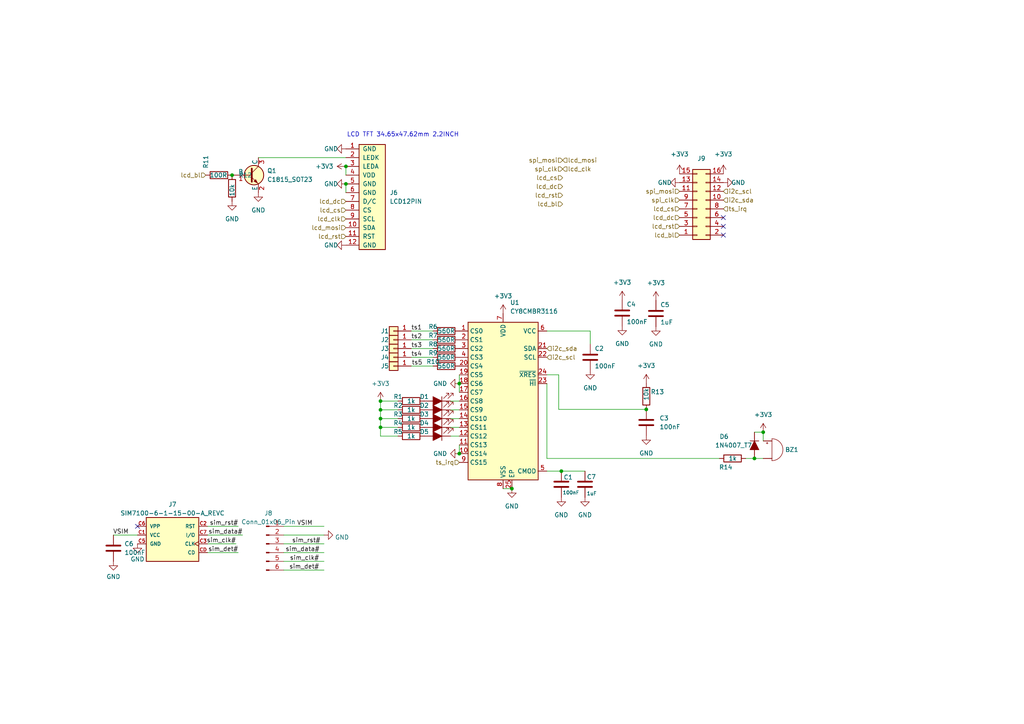
<source format=kicad_sch>
(kicad_sch (version 20230121) (generator eeschema)
  (paper "A4")
  (lib_symbols
    (symbol "Connector:Conn_01x06_Pin" (pin_names (offset 1.016) hide)
      (property "Reference" "J" (at 0 7.62 0))
      (property "Value" "Conn_01x06_Pin" (at 0 -10.16 0))
      (symbol "Conn_01x06_Pin_1_1"
        (polyline (pts (xy 1.27 -7.62) (xy 0.8636 -7.62)) (stroke (width 0.1524)))
        (polyline (pts (xy 1.27 -5.08) (xy 0.8636 -5.08)) (stroke (width 0.1524)))
        (polyline (pts (xy 1.27 -2.54) (xy 0.8636 -2.54)) (stroke (width 0.1524)))
        (polyline (pts (xy 1.27 0) (xy 0.8636 0)) (stroke (width 0.1524)))
        (polyline (pts (xy 1.27 2.54) (xy 0.8636 2.54)) (stroke (width 0.1524)))
        (polyline (pts (xy 1.27 5.08) (xy 0.8636 5.08)) (stroke (width 0.1524)))
        (rectangle (start 0.8636 -7.493) (end 0 -7.747) (stroke (width 0.1524)) (fill (type outline)))
        (rectangle (start 0.8636 -4.953) (end 0 -5.207) (stroke (width 0.1524)) (fill (type outline)))
        (rectangle (start 0.8636 -2.413) (end 0 -2.667) (stroke (width 0.1524)) (fill (type outline)))
        (rectangle (start 0.8636 0.127) (end 0 -0.127) (stroke (width 0.1524)) (fill (type outline)))
        (rectangle (start 0.8636 2.667) (end 0 2.413) (stroke (width 0.1524)) (fill (type outline)))
        (rectangle (start 0.8636 5.207) (end 0 4.953) (stroke (width 0.1524)) (fill (type outline)))
        (pin passive line (at 5.08 5.08 180) (length 3.81) (name "Pin_1") (number "1"))
        (pin passive line (at 5.08 2.54 180) (length 3.81) (name "Pin_2") (number "2"))
        (pin passive line (at 5.08 0 180) (length 3.81) (name "Pin_3") (number "3"))
        (pin passive line (at 5.08 -2.54 180) (length 3.81) (name "Pin_4") (number "4"))
        (pin passive line (at 5.08 -5.08 180) (length 3.81) (name "Pin_5") (number "5"))
        (pin passive line (at 5.08 -7.62 180) (length 3.81) (name "Pin_6") (number "6"))
      )
    )
    (symbol "Connector_Generic:Conn_01x01" (pin_names (offset 1.016) hide)
      (property "Reference" "J" (at 0 2.54 0))
      (property "Value" "Conn_01x01" (at 0 -2.54 0))
      (symbol "Conn_01x01_1_1"
        (rectangle (start -1.27 0.127) (end 0 -0.127) (stroke (width 0.1524)))
        (rectangle (start -1.27 1.27) (end 1.27 -1.27) (stroke (width 0.254)) (fill (type background)))
        (pin passive line (at -5.08 0 0) (length 3.81) (name "Pin_1") (number "1"))
      )
    )
    (symbol "Connector_Generic:Conn_02x08_Odd_Even" (pin_names (offset 1.016) hide)
      (property "Reference" "J" (at 1.27 10.16 0))
      (property "Value" "Conn_02x08_Odd_Even" (at 1.27 -12.7 0))
      (symbol "Conn_02x08_Odd_Even_1_1"
        (rectangle (start -1.27 -10.033) (end 0 -10.287) (stroke (width 0.1524)))
        (rectangle (start -1.27 -7.493) (end 0 -7.747) (stroke (width 0.1524)))
        (rectangle (start -1.27 -4.953) (end 0 -5.207) (stroke (width 0.1524)))
        (rectangle (start -1.27 -2.413) (end 0 -2.667) (stroke (width 0.1524)))
        (rectangle (start -1.27 0.127) (end 0 -0.127) (stroke (width 0.1524)))
        (rectangle (start -1.27 2.667) (end 0 2.413) (stroke (width 0.1524)))
        (rectangle (start -1.27 5.207) (end 0 4.953) (stroke (width 0.1524)))
        (rectangle (start -1.27 7.747) (end 0 7.493) (stroke (width 0.1524)))
        (rectangle (start -1.27 8.89) (end 3.81 -11.43) (stroke (width 0.254)) (fill (type background)))
        (rectangle (start 3.81 -10.033) (end 2.54 -10.287) (stroke (width 0.1524)))
        (rectangle (start 3.81 -7.493) (end 2.54 -7.747) (stroke (width 0.1524)))
        (rectangle (start 3.81 -4.953) (end 2.54 -5.207) (stroke (width 0.1524)))
        (rectangle (start 3.81 -2.413) (end 2.54 -2.667) (stroke (width 0.1524)))
        (rectangle (start 3.81 0.127) (end 2.54 -0.127) (stroke (width 0.1524)))
        (rectangle (start 3.81 2.667) (end 2.54 2.413) (stroke (width 0.1524)))
        (rectangle (start 3.81 5.207) (end 2.54 4.953) (stroke (width 0.1524)))
        (rectangle (start 3.81 7.747) (end 2.54 7.493) (stroke (width 0.1524)))
        (pin passive line (at -5.08 7.62 0) (length 3.81) (name "Pin_1") (number "1"))
        (pin passive line (at 7.62 -2.54 180) (length 3.81) (name "Pin_10") (number "10"))
        (pin passive line (at -5.08 -5.08 0) (length 3.81) (name "Pin_11") (number "11"))
        (pin passive line (at 7.62 -5.08 180) (length 3.81) (name "Pin_12") (number "12"))
        (pin passive line (at -5.08 -7.62 0) (length 3.81) (name "Pin_13") (number "13"))
        (pin passive line (at 7.62 -7.62 180) (length 3.81) (name "Pin_14") (number "14"))
        (pin passive line (at -5.08 -10.16 0) (length 3.81) (name "Pin_15") (number "15"))
        (pin passive line (at 7.62 -10.16 180) (length 3.81) (name "Pin_16") (number "16"))
        (pin passive line (at 7.62 7.62 180) (length 3.81) (name "Pin_2") (number "2"))
        (pin passive line (at -5.08 5.08 0) (length 3.81) (name "Pin_3") (number "3"))
        (pin passive line (at 7.62 5.08 180) (length 3.81) (name "Pin_4") (number "4"))
        (pin passive line (at -5.08 2.54 0) (length 3.81) (name "Pin_5") (number "5"))
        (pin passive line (at 7.62 2.54 180) (length 3.81) (name "Pin_6") (number "6"))
        (pin passive line (at -5.08 0 0) (length 3.81) (name "Pin_7") (number "7"))
        (pin passive line (at 7.62 0 180) (length 3.81) (name "Pin_8") (number "8"))
        (pin passive line (at -5.08 -2.54 0) (length 3.81) (name "Pin_9") (number "9"))
      )
    )
    (symbol "Sensor_Touch:CY8CMBR3116"
      (property "Reference" "U" (at -10.16 24.13 0))
      (property "Value" "CY8CMBR3116" (at 1.27 24.13 0))
      (symbol "CY8CMBR3116_0_1"
        (rectangle (start -10.16 22.86) (end 10.16 -22.86) (stroke (width 0.254)) (fill (type background)))
      )
      (symbol "CY8CMBR3116_1_1"
        (pin passive line (at -12.7 20.32 0) (length 2.54) (name "CS0") (number "1"))
        (pin passive line (at -12.7 -15.24 0) (length 2.54) (name "CS14") (number "10"))
        (pin passive line (at -12.7 -12.7 0) (length 2.54) (name "CS13") (number "11"))
        (pin passive line (at -12.7 -10.16 0) (length 2.54) (name "CS12") (number "12"))
        (pin passive line (at -12.7 -7.62 0) (length 2.54) (name "CS11") (number "13"))
        (pin passive line (at -12.7 -5.08 0) (length 2.54) (name "CS10") (number "14"))
        (pin passive line (at -12.7 -2.54 0) (length 2.54) (name "CS9") (number "15"))
        (pin passive line (at -12.7 0 0) (length 2.54) (name "CS8") (number "16"))
        (pin passive line (at -12.7 2.54 0) (length 2.54) (name "CS7") (number "17"))
        (pin passive line (at -12.7 5.08 0) (length 2.54) (name "CS6") (number "18"))
        (pin passive line (at -12.7 7.62 0) (length 2.54) (name "CS5") (number "19"))
        (pin passive line (at -12.7 17.78 0) (length 2.54) (name "CS1") (number "2"))
        (pin passive line (at -12.7 10.16 0) (length 2.54) (name "CS4") (number "20"))
        (pin bidirectional line (at 12.7 15.24 180) (length 2.54) (name "SDA") (number "21"))
        (pin input line (at 12.7 12.7 180) (length 2.54) (name "SCL") (number "22"))
        (pin bidirectional line (at 12.7 5.08 180) (length 2.54) (name "~{HI}") (number "23"))
        (pin input line (at 12.7 7.62 180) (length 2.54) (name "~{XRES}") (number "24"))
        (pin passive line (at 2.54 -25.4 90) (length 2.54) (name "EP") (number "25"))
        (pin passive line (at -12.7 15.24 0) (length 2.54) (name "CS2") (number "3"))
        (pin passive line (at -12.7 12.7 0) (length 2.54) (name "CS3") (number "4"))
        (pin passive line (at 12.7 -20.32 180) (length 2.54) (name "CMOD") (number "5"))
        (pin passive line (at 12.7 20.32 180) (length 2.54) (name "VCC") (number "6"))
        (pin power_in line (at 0 25.4 270) (length 2.54) (name "VDD") (number "7"))
        (pin power_in line (at 0 -25.4 90) (length 2.54) (name "VSS") (number "8"))
        (pin passive line (at -12.7 -17.78 0) (length 2.54) (name "CS15") (number "9"))
      )
    )
    (symbol "ph_lib:1N4007_T7" (pin_numbers hide) (pin_names (offset 1.016) hide)
      (property "Reference" "D" (at 0 2.54 0))
      (property "Value" "1N4007_T7" (at 0 -2.54 0))
      (symbol "1N4007_T7_0_1"
        (polyline (pts (xy -1.27 1.27) (xy -1.27 -1.27)) (stroke (width 0.2032)))
        (polyline (pts (xy 1.27 0) (xy -1.27 0)))
        (polyline (pts (xy 1.27 1.27) (xy 1.27 -1.27) (xy -1.27 0) (xy 1.27 1.27)) (stroke (width 0.2032)) (fill (type outline)))
      )
      (symbol "1N4007_T7_1_1"
        (pin passive line (at -3.81 0 0) (length 2.54) (name "K") (number "1"))
        (pin passive line (at 3.81 0 180) (length 2.54) (name "A") (number "2"))
      )
    )
    (symbol "ph_lib:Buzzer-Device" (pin_numbers hide) (pin_names (offset 1.016) hide)
      (property "Reference" "BZ" (at 0 0 0))
      (property "Value" "Buzzer-Device" (at -1.27 -2.54 0))
      (symbol "Buzzer-Device_1_1"
        (polyline (pts (xy 3.429 -5.715) (xy 3.937 -5.715)))
        (polyline (pts (xy 3.683 -5.461) (xy 3.683 -5.969)))
        (polyline (pts (xy 5.08 -4.445) (xy 5.08 -10.795)))
        (arc (start 5.08 -10.795) (mid 8.2412 -7.62) (end 5.08 -4.445))
        (pin passive line (at 2.54 -5.08 0) (length 2.54) (name "-") (number "1"))
        (pin passive line (at 2.54 -10.16 0) (length 2.54) (name "+") (number "2"))
      )
    )
    (symbol "ph_lib:C0805" (pin_numbers hide) (pin_names (offset 0.254))
      (property "Reference" "C" (at 0.635 2.54 0))
      (property "Value" "C0805" (at 0.635 -2.54 0))
      (symbol "C0805_0_1"
        (polyline (pts (xy -2.032 -0.762) (xy 2.032 -0.762)) (stroke (width 0.508)))
        (polyline (pts (xy -2.032 0.762) (xy 2.032 0.762)) (stroke (width 0.508)))
      )
      (symbol "C0805_1_1"
        (pin passive line (at 0 3.81 270) (length 2.794) (name "~") (number "1"))
        (pin passive line (at 0 -3.81 90) (length 2.794) (name "~") (number "2"))
      )
    )
    (symbol "ph_lib:C1815_SOT23" (pin_names (offset 0))
      (property "Reference" "Q" (at 5.08 1.905 0))
      (property "Value" "C1815_SOT23" (at 5.08 0 0))
      (symbol "C1815_SOT23_0_1"
        (polyline (pts (xy 0 0) (xy 0.635 0)))
        (polyline (pts (xy 0.635 0.635) (xy 2.54 2.54)))
        (polyline (pts (xy 0.635 -0.635) (xy 2.54 -2.54) (xy 2.54 -2.54)))
        (polyline (pts (xy 0.635 1.905) (xy 0.635 -1.905) (xy 0.635 -1.905)) (stroke (width 0.508)))
        (polyline (pts (xy 1.27 -1.778) (xy 1.778 -1.27) (xy 2.286 -2.286) (xy 1.27 -1.778) (xy 1.27 -1.778)) (fill (type outline)))
        (circle (center 1.27 0) (radius 2.8194) (stroke (width 0.254)) (fill (type background)))
      )
      (symbol "C1815_SOT23_1_1"
        (pin input line (at -5.08 0 0) (length 5.08) (name "B") (number "1"))
        (pin passive line (at 2.54 -5.08 90) (length 2.54) (name "E") (number "2"))
        (pin passive line (at 2.54 5.08 270) (length 2.54) (name "C") (number "3"))
      )
    )
    (symbol "ph_lib:LCD12PIN" (pin_names (offset 1.016))
      (property "Reference" "J**" (at 0 15.24 0))
      (property "Value" "LCD12PIN" (at 0 -17.78 0))
      (symbol "LCD12PIN_1_1"
        (rectangle (start -1.27 13.97) (end 6.35 -16.51) (stroke (width 0.254)) (fill (type background)))
        (pin passive line (at -5.08 12.7 0) (length 3.81) (name "GND") (number "1"))
        (pin passive line (at -5.08 -10.16 0) (length 3.81) (name "SDA") (number "10"))
        (pin passive line (at -5.08 -12.7 0) (length 3.81) (name "RST") (number "11"))
        (pin passive line (at -5.08 -15.24 0) (length 3.81) (name "GND") (number "12"))
        (pin passive line (at -5.08 10.16 0) (length 3.81) (name "LEDK") (number "2"))
        (pin passive line (at -5.08 7.62 0) (length 3.81) (name "LEDA") (number "3"))
        (pin passive line (at -5.08 5.08 0) (length 3.81) (name "VDD") (number "4"))
        (pin passive line (at -5.08 2.54 0) (length 3.81) (name "GND") (number "5"))
        (pin passive line (at -5.08 0 0) (length 3.81) (name "GND") (number "6"))
        (pin passive line (at -5.08 -2.54 0) (length 3.81) (name "D/C") (number "7"))
        (pin passive line (at -5.08 -5.08 0) (length 3.81) (name "CS") (number "8"))
        (pin passive line (at -5.08 -7.62 0) (length 3.81) (name "SCL") (number "9"))
      )
    )
    (symbol "ph_lib:LED0805" (pin_numbers hide) (pin_names (offset 1.016) hide)
      (property "Reference" "D" (at 0 2.54 0))
      (property "Value" "LED0805" (at 0 -2.54 0))
      (symbol "LED0805_0_1"
        (polyline (pts (xy -1.27 -1.27) (xy -1.27 1.27)) (stroke (width 0.2032)))
        (polyline (pts (xy -1.27 0) (xy 1.27 0)))
        (polyline (pts (xy 1.27 -1.27) (xy 1.27 1.27) (xy -1.27 0) (xy 1.27 -1.27)) (stroke (width 0.2032)) (fill (type outline)))
        (polyline (pts (xy -3.048 -0.762) (xy -4.572 -2.286) (xy -3.81 -2.286) (xy -4.572 -2.286) (xy -4.572 -1.524)))
        (polyline (pts (xy -1.778 -0.762) (xy -3.302 -2.286) (xy -2.54 -2.286) (xy -3.302 -2.286) (xy -3.302 -1.524)))
      )
      (symbol "LED0805_1_1"
        (pin passive line (at 3.81 0 180) (length 2.54) (name "A") (number "1"))
        (pin passive line (at -3.81 0 0) (length 2.54) (name "K") (number "2"))
      )
    )
    (symbol "ph_lib:R0805" (pin_numbers hide) (pin_names (offset 0))
      (property "Reference" "R" (at 2.032 0 90))
      (property "Value" "R0805" (at 0 0 90))
      (symbol "R0805_0_1"
        (rectangle (start -1.016 -2.54) (end 1.016 2.54) (stroke (width 0.254)))
      )
      (symbol "R0805_1_1"
        (pin passive line (at 0 3.81 270) (length 1.27) (name "~") (number "1"))
        (pin passive line (at 0 -3.81 90) (length 1.27) (name "~") (number "2"))
      )
    )
    (symbol "power:+3V3" (power) (pin_names (offset 0))
      (property "Value" "+3V3" (at 0 3.556 0))
      (symbol "+3V3_0_1"
        (polyline (pts (xy -0.762 1.27) (xy 0 2.54)))
        (polyline (pts (xy 0 0) (xy 0 2.54)))
        (polyline (pts (xy 0 2.54) (xy 0.762 1.27)))
      )
      (symbol "+3V3_1_1"
        (pin power_in line (at 0 0 90) (length 0) hide (name "+3V3") (number "1"))
      )
    )
    (symbol "power:GND" (power) (pin_names (offset 0))
      (property "Value" "GND" (at 0 -3.81 0))
      (symbol "GND_0_1"
        (polyline (pts (xy 0 0) (xy 0 -1.27) (xy 1.27 -1.27) (xy 0 -2.54) (xy -1.27 -1.27) (xy 0 -1.27)))
      )
      (symbol "GND_1_1"
        (pin power_in line (at 0 0 270) (length 0) hide (name "GND") (number "1"))
      )
    )
    (symbol "simcard:SIM7100-6-1-15-00-A_REVC" (pin_names (offset 1.016))
      (property "Reference" "J" (at -7.62 5.588 0))
      (property "Value" "SIM7100-6-1-15-00-A_REVC" (at -7.62 -10.1854 0))
      (symbol "SIM7100-6-1-15-00-A_REVC_0_0"
        (rectangle (start -7.62 -7.62) (end 7.62 5.08) (stroke (width 0.254)) (fill (type background)))
        (pin power_in line (at 10.16 -2.54 180) (length 2.54) hide (name "GND") (number "1"))
        (pin power_in line (at 10.16 0 180) (length 2.54) (name "VCC") (number "C1"))
        (pin input line (at -10.16 2.54 0) (length 2.54) (name "RST") (number "C2"))
        (pin bidirectional clock (at -10.16 -2.54 0) (length 2.54) (name "CLK") (number "C3"))
        (pin power_in line (at 10.16 -2.54 180) (length 2.54) (name "GND") (number "C5"))
        (pin power_in line (at 10.16 2.54 180) (length 2.54) (name "VPP") (number "C6"))
        (pin bidirectional line (at -10.16 0 0) (length 2.54) (name "I/O") (number "C7"))
        (pin passive line (at -10.16 -5.08 0) (length 2.54) (name "CD") (number "CD"))
      )
    )
  )
  (junction (at 110.363 121.412))
  (junction (at 110.363 116.332))
  (junction (at 221.361 125.349))
  (junction (at 133.223 131.572))
  (junction (at 218.821 132.969))
  (junction (at 148.463 141.732))
  (junction (at 110.363 118.872))
  (junction (at 187.452 118.745))
  (junction (at 110.363 123.952))
  (junction (at 100.33 48.26))
  (junction (at 162.814 136.652))
  (junction (at 67.31 50.8))
  (junction (at 133.223 111.252))
  (junction (at 100.33 53.34))
  (no_connect (at 209.804 65.659))
  (no_connect (at 209.804 68.199))
  (no_connect (at 39.878 152.654))
  (no_connect (at 209.804 63.119))
  (wire (pts (xy 119.253 106.172) (xy 125.603 106.172)))
  (wire (pts (xy 221.361 125.349) (xy 221.361 127.889)))
  (wire (pts (xy 158.623 96.012) (xy 171.196 96.012)))
  (wire (pts (xy 110.363 116.332) (xy 115.443 116.332)))
  (wire (pts (xy 100.33 53.34) (xy 100.33 55.88)))
  (wire (pts (xy 171.196 99.822) (xy 171.196 96.012)))
  (wire (pts (xy 82.296 157.734) (xy 93.98 157.734)))
  (wire (pts (xy 119.253 101.092) (xy 125.603 101.092)))
  (wire (pts (xy 60.198 157.734) (xy 68.453 157.734)))
  (wire (pts (xy 119.253 96.012) (xy 125.603 96.012)))
  (wire (pts (xy 110.363 126.492) (xy 110.363 123.952)))
  (wire (pts (xy 110.363 121.412) (xy 110.363 118.872)))
  (wire (pts (xy 119.253 103.632) (xy 125.603 103.632)))
  (wire (pts (xy 60.198 152.654) (xy 69.088 152.654)))
  (wire (pts (xy 82.296 165.354) (xy 93.98 165.354)))
  (wire (pts (xy 60.198 160.274) (xy 69.088 160.274)))
  (wire (pts (xy 218.821 125.349) (xy 221.361 125.349)))
  (wire (pts (xy 110.363 123.952) (xy 115.443 123.952)))
  (wire (pts (xy 145.923 141.732) (xy 148.463 141.732)))
  (wire (pts (xy 32.893 155.194) (xy 39.878 155.194)))
  (wire (pts (xy 130.683 123.952) (xy 133.223 123.952)))
  (wire (pts (xy 162.052 118.745) (xy 162.052 108.712)))
  (wire (pts (xy 130.683 121.412) (xy 133.223 121.412)))
  (wire (pts (xy 162.814 136.652) (xy 169.672 136.652)))
  (wire (pts (xy 130.683 118.872) (xy 133.223 118.872)))
  (wire (pts (xy 115.443 126.492) (xy 110.363 126.492)))
  (wire (pts (xy 110.363 123.952) (xy 110.363 121.412)))
  (wire (pts (xy 158.623 111.252) (xy 158.623 132.969)))
  (wire (pts (xy 119.253 98.552) (xy 125.603 98.552)))
  (wire (pts (xy 82.296 162.814) (xy 93.98 162.814)))
  (wire (pts (xy 74.93 45.72) (xy 100.33 45.72)))
  (wire (pts (xy 133.223 129.032) (xy 133.223 131.572)))
  (wire (pts (xy 216.281 132.969) (xy 218.821 132.969)))
  (wire (pts (xy 133.223 111.252) (xy 133.223 113.792)))
  (wire (pts (xy 110.363 118.872) (xy 110.363 116.332)))
  (wire (pts (xy 162.052 118.745) (xy 187.452 118.745)))
  (wire (pts (xy 158.623 132.969) (xy 208.661 132.969)))
  (wire (pts (xy 162.814 136.652) (xy 158.623 136.652)))
  (wire (pts (xy 110.363 121.412) (xy 115.443 121.412)))
  (wire (pts (xy 162.052 108.712) (xy 158.623 108.712)))
  (wire (pts (xy 82.296 152.654) (xy 93.98 152.654)))
  (wire (pts (xy 110.363 118.872) (xy 115.443 118.872)))
  (wire (pts (xy 218.821 132.969) (xy 221.361 132.969)))
  (wire (pts (xy 82.296 160.274) (xy 93.98 160.274)))
  (wire (pts (xy 130.683 116.332) (xy 133.223 116.332)))
  (wire (pts (xy 130.683 126.492) (xy 133.223 126.492)))
  (wire (pts (xy 60.198 155.194) (xy 70.358 155.194)))
  (wire (pts (xy 133.223 108.712) (xy 133.223 111.252)))
  (wire (pts (xy 82.296 155.194) (xy 93.98 155.194)))
  (wire (pts (xy 100.33 48.26) (xy 100.33 50.8)))
  (text "LCD TFT 34.65x47.62mm 2.2INCH" (at 100.584 39.878 0) (effects (font (size 1.27 1.27)) (justify left bottom)))
  (label "ts3" (at 119.253 101.092 0))
  (label "sim_rst#" (at 69.088 152.654 180))
  (label "sim_rst#" (at 92.964 157.734 180))
  (label "sim_data#" (at 92.71 160.274 180))
  (label "ts2" (at 119.253 98.552 0))
  (label "VSIM" (at 90.678 152.654 180))
  (label "sim_data#" (at 70.358 155.194 180))
  (label "sim_clk#" (at 68.453 157.734 180))
  (label "ts5" (at 119.3937 106.172 0))
  (label "VSIM" (at 37.338 155.194 180))
  (label "ts1" (at 119.253 96.012 0))
  (label "ts4" (at 119.253 103.632 0))
  (label "sim_det#" (at 69.088 160.274 180))
  (label "sim_clk#" (at 92.583 162.814 180))
  (label "sim_det#" (at 92.583 165.354 180))
  (hierarchical_label "lcd_cs" (shape input) (at 163.195 51.562 180))
  (hierarchical_label "lcd_clk" (shape input) (at 163.195 49.022 0))
  (hierarchical_label "i2c_scl" (shape input) (at 209.804 55.499 0))
  (hierarchical_label "lcd_cs" (shape input) (at 100.33 60.96 180))
  (hierarchical_label "lcd_mosi" (shape input) (at 163.195 46.482 0))
  (hierarchical_label "lcd_rst" (shape input) (at 100.33 68.58 180))
  (hierarchical_label "ts_irq" (shape input) (at 133.223 134.112 180))
  (hierarchical_label "lcd_rst" (shape input) (at 197.104 65.659 180))
  (hierarchical_label "lcd_mosi" (shape input) (at 100.33 66.04 180))
  (hierarchical_label "lcd_dc" (shape input) (at 197.104 63.119 180))
  (hierarchical_label "lcd_clk" (shape input) (at 100.33 63.5 180))
  (hierarchical_label "spi_clk" (shape input) (at 163.195 49.022 180))
  (hierarchical_label "lcd_dc" (shape input) (at 163.195 54.102 180))
  (hierarchical_label "lcd_rst" (shape input) (at 163.195 56.642 180))
  (hierarchical_label "spi_mosi" (shape input) (at 163.195 46.482 180))
  (hierarchical_label "lcd_cs" (shape input) (at 197.104 60.579 180))
  (hierarchical_label "lcd_dc" (shape input) (at 100.33 58.42 180))
  (hierarchical_label "spi_mosi" (shape input) (at 197.104 55.499 180))
  (hierarchical_label "lcd_bl" (shape input) (at 197.104 68.199 180))
  (hierarchical_label "lcd_bl" (shape input) (at 163.195 59.182 180))
  (hierarchical_label "i2c_sda" (shape input) (at 158.623 101.092 0))
  (hierarchical_label "spi_clk" (shape input) (at 197.104 58.039 180))
  (hierarchical_label "i2c_scl" (shape input) (at 158.623 103.632 0))
  (hierarchical_label "lcd_bl" (shape input) (at 59.69 50.8 180))
  (hierarchical_label "ts_irq" (shape input) (at 209.804 60.579 0))
  (hierarchical_label "i2c_sda" (shape input) (at 209.804 58.039 0))
  (symbol (lib_id "power:GND") (at 171.196 107.442 0) (unit 1)
    (property "Reference" "#PWR09" (effects hide))
    (property "Value" "GND" (at 171.196 112.522 0))
  )
  (symbol (lib_id "ph_lib:R0805") (at 129.413 96.012 90) (unit 1)
    (property "Reference" "R6" (at 125.603 94.742 90))
    (property "Value" "560R" (at 129.413 96.012 90))
    (property "Footprint" "Resistor_SMD:R_0805_2012Metric" (effects hide))
    (property "Desc" "Resistor SMD 0805" (effects hide))
    (property "Link" "http://www.dientuachau.com/res-1-0805" (effects hide))
  )
  (symbol (lib_id "ph_lib:R0805") (at 119.253 121.412 90) (unit 1)
    (property "Reference" "R3" (at 115.443 120.142 90))
    (property "Value" "1k" (at 119.253 121.412 90))
    (property "Footprint" "Resistor_SMD:R_0805_2012Metric" (effects hide))
    (property "Desc" "Resistor SMD 0805" (effects hide))
    (property "Link" "http://www.dientuachau.com/res-1-0805" (effects hide))
  )
  (symbol (lib_id "ph_lib:C1815_SOT23") (at 72.39 50.8 0) (unit 1)
    (property "Reference" "Q1" (at 77.47 49.5299 0) (effects (justify left)))
    (property "Value" "C1815_SOT23" (at 77.47 52.0699 0) (effects (justify left)))
    (property "Footprint" "Package_TO_SOT_SMD:SOT-23" (effects hide))
    (property "Desc" "50V Vce, 0.15A Ic, Low Noise Audio NPN Transistor, TO-92" (effects hide))
    (property "Link" "https://thegioiic.com/products/2sc1815-hf" (effects hide))
  )
  (symbol (lib_id "ph_lib:R0805") (at 119.253 116.332 90) (unit 1)
    (property "Reference" "R1" (at 115.443 115.062 90))
    (property "Value" "1k" (at 119.253 116.332 90))
    (property "Footprint" "Resistor_SMD:R_0805_2012Metric" (effects hide))
    (property "Desc" "Resistor SMD 0805" (effects hide))
    (property "Link" "http://www.dientuachau.com/res-1-0805" (effects hide))
  )
  (symbol (lib_id "power:+3V3") (at 197.104 50.419 0) (unit 1)
    (property "Reference" "#PWR025" (effects hide))
    (property "Value" "+3V3" (at 197.104 44.704 0))
  )
  (symbol (lib_id "ph_lib:R0805") (at 129.413 106.172 90) (unit 1)
    (property "Reference" "R10" (at 125.603 104.902 90))
    (property "Value" "560R" (at 129.413 106.172 90))
    (property "Footprint" "Resistor_SMD:R_0805_2012Metric" (effects hide))
    (property "Desc" "Resistor SMD 0805" (effects hide))
    (property "Link" "http://www.dientuachau.com/res-1-0805" (effects hide))
  )
  (symbol (lib_id "power:GND") (at 180.467 94.615 0) (unit 1)
    (property "Reference" "#PWR018" (effects hide))
    (property "Value" "GND" (at 180.467 99.695 0))
  )
  (symbol (lib_id "ph_lib:LED0805") (at 126.873 123.952 180) (unit 1)
    (property "Reference" "D4" (at 123.063 122.682 0))
    (property "Value" "LED0805" (effects hide))
    (property "Footprint" "LED_SMD:LED_0805_2012Metric" (effects hide))
    (property "Desc" "LED0805" (effects hide))
    (property "Link" "https://thegioiic.com/product/led-dan-smd-2012-0805" (effects hide))
  )
  (symbol (lib_id "Sensor_Touch:CY8CMBR3116") (at 145.923 116.332 0) (unit 1)
    (property "Reference" "U1" (at 147.9424 87.757 0) (effects (justify left)))
    (property "Value" "CY8CMBR3116" (at 147.9424 90.297 0) (effects (justify left)))
    (property "Footprint" "Package_DFN_QFN:QFN-24-1EP_4x4mm_P0.5mm_EP2.6x2.6mm" (effects hide))
    (property "Datasheet" "http://www.cypress.com/?docID=49119" (effects hide))
  )
  (symbol (lib_id "ph_lib:LED0805") (at 126.873 121.412 180) (unit 1)
    (property "Reference" "D3" (at 123.063 120.142 0))
    (property "Value" "LED0805" (effects hide))
    (property "Footprint" "LED_SMD:LED_0805_2012Metric" (effects hide))
    (property "Desc" "LED0805" (effects hide))
    (property "Link" "https://thegioiic.com/product/led-dan-smd-2012-0805" (effects hide))
  )
  (symbol (lib_id "power:GND") (at 67.31 58.42 0) (unit 1)
    (property "Reference" "#PWR0101" (effects hide))
    (property "Value" "GND" (at 67.31 63.5 0))
  )
  (symbol (lib_id "power:GND") (at 32.893 162.814 0) (unit 1)
    (property "Reference" "#PWR04" (effects hide))
    (property "Value" "GND" (at 32.893 167.259 0))
  )
  (symbol (lib_id "ph_lib:C0805") (at 187.452 122.555 0) (unit 1)
    (property "Reference" "C3" (at 191.262 121.2849 0) (effects (justify left)))
    (property "Value" "100nF" (at 191.262 123.8249 0) (effects (justify left)))
    (property "Footprint" "Capacitor_SMD:C_0805_2012Metric" (effects hide))
    (property "Desc" "Capacitor SMD Ceramic 0805" (effects hide))
    (property "Link" "http://www.dientuachau.com/ceramic-0805" (effects hide))
  )
  (symbol (lib_id "Connector_Generic:Conn_01x01") (at 114.173 98.552 180) (unit 1)
    (property "Reference" "J2" (at 111.633 98.552 0))
    (property "Value" "Conn_01x01" (effects hide))
    (property "Footprint" "Lib_Hien:Button_Touch_Circle" (effects hide))
  )
  (symbol (lib_id "ph_lib:R0805") (at 119.253 123.952 90) (unit 1)
    (property "Reference" "R4" (at 115.443 122.682 90))
    (property "Value" "1k" (at 119.253 123.952 90))
    (property "Footprint" "Resistor_SMD:R_0805_2012Metric" (effects hide))
    (property "Desc" "Resistor SMD 0805" (effects hide))
    (property "Link" "http://www.dientuachau.com/res-1-0805" (effects hide))
  )
  (symbol (lib_id "power:+3V3") (at 145.923 90.932 0) (unit 1)
    (property "Reference" "#PWR05" (effects hide))
    (property "Value" "+3V3" (at 145.923 85.852 0))
  )
  (symbol (lib_id "ph_lib:R0805") (at 129.413 101.092 90) (unit 1)
    (property "Reference" "R8" (at 125.603 99.822 90))
    (property "Value" "560R" (at 129.413 101.092 90))
    (property "Footprint" "Resistor_SMD:R_0805_2012Metric" (effects hide))
    (property "Desc" "Resistor SMD 0805" (effects hide))
    (property "Link" "http://www.dientuachau.com/res-1-0805" (effects hide))
  )
  (symbol (lib_id "power:GND") (at 100.33 53.34 270) (mirror x) (unit 1)
    (property "Reference" "#PWR012" (effects hide))
    (property "Value" "GND" (at 93.98 53.34 90) (effects (justify left)))
  )
  (symbol (lib_id "Connector:Conn_01x06_Pin") (at 77.216 157.734 0) (unit 1)
    (property "Reference" "J8" (at 77.851 148.844 0))
    (property "Value" "Conn_01x06_Pin" (at 77.851 151.384 0))
    (property "Footprint" "Connector_PinHeader_1.27mm:PinHeader_1x06_P1.27mm_Horizontal" (effects hide))
  )
  (symbol (lib_id "power:GND") (at 169.672 144.272 0) (unit 1)
    (property "Reference" "#PWR027" (effects hide))
    (property "Value" "GND" (at 169.672 149.352 0))
  )
  (symbol (lib_id "power:GND") (at 197.104 52.959 270) (mirror x) (unit 1)
    (property "Reference" "#PWR026" (effects hide))
    (property "Value" "GND" (at 190.754 52.959 90) (effects (justify left)))
  )
  (symbol (lib_id "ph_lib:1N4007_T7") (at 218.821 129.159 270) (unit 1)
    (property "Reference" "D6" (at 208.661 126.619 90) (effects (justify left)))
    (property "Value" "1N4007_T7" (at 207.391 129.159 90) (effects (justify left)))
    (property "Footprint" "Diode_SMD:D_SOD-123F" (effects hide))
    (property "Desc" "1N4007 (Marking T7) SMD, 1kV, 1A" (effects hide))
    (property "Link" "https://banlinhkien.vn/goods-11574-diode-t7-sod123-1n4007-sod123-10c-.html" (effects hide))
  )
  (symbol (lib_id "power:+3V3") (at 221.361 125.349 0) (unit 1)
    (property "Reference" "#PWR016" (effects hide))
    (property "Value" "+3V3" (at 221.361 120.269 0))
  )
  (symbol (lib_id "power:GND") (at 133.223 131.572 270) (unit 1)
    (property "Reference" "#PWR03" (effects hide))
    (property "Value" "GND" (at 125.603 131.572 90) (effects (justify left)))
  )
  (symbol (lib_id "ph_lib:Buzzer-Device") (at 218.821 122.809 0) (unit 1)
    (property "Reference" "BZ1" (at 227.711 130.4289 0) (effects (justify left)))
    (property "Value" "Buzzer-Device" (effects hide))
    (property "Footprint" "Lib_Hien:Buzzer_SMD_9633" (effects hide))
    (property "Desc" "5VDC, size 12x9mm" (effects hide))
    (property "Link" "https://thegioiic.com/products/1209-dip-buzzer-12x9mm" (effects hide))
  )
  (symbol (lib_id "power:GND") (at 93.98 155.194 90) (unit 1)
    (property "Reference" "#PWR020" (effects hide))
    (property "Value" "GND" (at 97.155 155.829 90) (effects (justify right)))
  )
  (symbol (lib_id "power:GND") (at 187.452 126.365 0) (unit 1)
    (property "Reference" "#PWR015" (effects hide))
    (property "Value" "GND" (at 187.452 131.445 0))
  )
  (symbol (lib_id "ph_lib:LED0805") (at 126.873 118.872 180) (unit 1)
    (property "Reference" "D2" (at 123.063 117.602 0))
    (property "Value" "LED0805" (effects hide))
    (property "Footprint" "LED_SMD:LED_0805_2012Metric" (effects hide))
    (property "Desc" "LED0805" (effects hide))
    (property "Link" "https://thegioiic.com/product/led-dan-smd-2012-0805" (effects hide))
  )
  (symbol (lib_id "Connector_Generic:Conn_01x01") (at 114.173 101.092 180) (unit 1)
    (property "Reference" "J3" (at 111.633 101.092 0))
    (property "Value" "Conn_01x01" (effects hide))
    (property "Footprint" "Lib_Hien:Button_Touch_Circle" (effects hide))
  )
  (symbol (lib_id "power:GND") (at 209.804 52.959 90) (mirror x) (unit 1)
    (property "Reference" "#PWR024" (effects hide))
    (property "Value" "GND" (at 216.154 52.959 90) (effects (justify left)))
  )
  (symbol (lib_id "ph_lib:R0805") (at 129.413 103.632 90) (unit 1)
    (property "Reference" "R9" (at 125.603 102.362 90))
    (property "Value" "560R" (at 129.413 103.632 90))
    (property "Footprint" "Resistor_SMD:R_0805_2012Metric" (effects hide))
    (property "Desc" "Resistor SMD 0805" (effects hide))
    (property "Link" "http://www.dientuachau.com/res-1-0805" (effects hide))
  )
  (symbol (lib_id "ph_lib:R0805") (at 119.253 126.492 90) (unit 1)
    (property "Reference" "R5" (at 115.443 125.222 90))
    (property "Value" "1k" (at 119.253 126.492 90))
    (property "Footprint" "Resistor_SMD:R_0805_2012Metric" (effects hide))
    (property "Desc" "Resistor SMD 0805" (effects hide))
    (property "Link" "http://www.dientuachau.com/res-1-0805" (effects hide))
  )
  (symbol (lib_id "ph_lib:R0805") (at 63.5 50.8 90) (unit 1)
    (property "Reference" "R11" (at 59.69 48.895 0) (effects (justify left)))
    (property "Value" "100R" (at 65.913 50.8 90) (effects (justify left)))
    (property "Footprint" "Resistor_SMD:R_0805_2012Metric" (effects hide))
    (property "Desc" "Resistor SMD 0805" (effects hide))
    (property "Link" "http://www.dientuachau.com/res-1-0805" (effects hide))
  )
  (symbol (lib_id "Connector_Generic:Conn_01x01") (at 114.173 106.172 180) (unit 1)
    (property "Reference" "J5" (at 111.633 106.172 0))
    (property "Value" "Conn_01x01" (effects hide))
    (property "Footprint" "Lib_Hien:Button_Touch_Circle" (effects hide))
  )
  (symbol (lib_id "power:GND") (at 74.93 55.88 0) (unit 1)
    (property "Reference" "#PWR07" (effects hide))
    (property "Value" "GND" (at 74.93 60.96 0))
  )
  (symbol (lib_id "power:+3V3") (at 209.804 50.419 0) (unit 1)
    (property "Reference" "#PWR023" (effects hide))
    (property "Value" "+3V3" (at 209.804 44.704 0))
  )
  (symbol (lib_id "ph_lib:C0805") (at 169.672 140.462 0) (unit 1)
    (property "Reference" "C7" (at 170.18 138.303 0) (effects (justify left)))
    (property "Value" "1uF" (at 170.18 143.129 0) (effects (font (size 1 1)) (justify left)))
    (property "Footprint" "Capacitor_SMD:C_0805_2012Metric" (effects hide))
    (property "Desc" "Capacitor SMD Ceramic 0805" (effects hide))
    (property "Link" "http://www.dientuachau.com/ceramic-0805" (effects hide))
  )
  (symbol (lib_id "ph_lib:C0805") (at 32.893 159.004 0) (unit 1)
    (property "Reference" "C6" (at 36.068 157.7339 0) (effects (justify left)))
    (property "Value" "100nF" (at 36.068 160.2739 0) (effects (justify left)))
    (property "Footprint" "Capacitor_SMD:C_0805_2012Metric" (effects hide))
    (property "Desc" "Capacitor SMD Ceramic 0805" (effects hide))
    (property "Link" "http://www.dientuachau.com/ceramic-0805" (effects hide))
  )
  (symbol (lib_id "ph_lib:LED0805") (at 126.873 126.492 180) (unit 1)
    (property "Reference" "D5" (at 123.063 125.222 0))
    (property "Value" "LED0805" (effects hide))
    (property "Footprint" "LED_SMD:LED_0805_2012Metric" (effects hide))
    (property "Desc" "LED0805" (effects hide))
    (property "Link" "https://thegioiic.com/product/led-dan-smd-2012-0805" (effects hide))
  )
  (symbol (lib_id "Connector_Generic:Conn_01x01") (at 114.173 96.012 180) (unit 1)
    (property "Reference" "J1" (at 111.633 96.012 0))
    (property "Value" "Conn_01x01" (effects hide))
    (property "Footprint" "Lib_Hien:Button_Touch_Circle" (effects hide))
  )
  (symbol (lib_id "Connector_Generic:Conn_01x01") (at 114.173 103.632 180) (unit 1)
    (property "Reference" "J4" (at 111.633 103.632 0))
    (property "Value" "Conn_01x01" (effects hide))
    (property "Footprint" "Lib_Hien:Button_Touch_Circle" (effects hide))
  )
  (symbol (lib_id "power:GND") (at 100.33 43.18 270) (mirror x) (unit 1)
    (property "Reference" "#PWR010" (effects hide))
    (property "Value" "GND" (at 93.98 43.18 90) (effects (justify left)))
  )
  (symbol (lib_id "power:GND") (at 39.878 157.734 0) (unit 1)
    (property "Reference" "#PWR019" (effects hide))
    (property "Value" "GND" (at 39.878 162.179 0))
  )
  (symbol (lib_id "power:+3V3") (at 180.467 86.995 0) (unit 1)
    (property "Reference" "#PWR017" (effects hide))
    (property "Value" "+3V3" (at 180.467 81.915 0))
  )
  (symbol (lib_id "power:+3V3") (at 187.452 111.125 0) (unit 1)
    (property "Reference" "#PWR014" (effects hide))
    (property "Value" "+3V3" (at 187.452 106.045 0))
  )
  (symbol (lib_id "power:GND") (at 148.463 141.732 0) (unit 1)
    (property "Reference" "#PWR06" (effects hide))
    (property "Value" "GND" (at 148.463 146.812 0))
  )
  (symbol (lib_id "ph_lib:LCD12PIN") (at 105.41 55.88 0) (unit 1)
    (property "Reference" "J6" (at 113.03 55.8799 0) (effects (justify left)))
    (property "Value" "LCD12PIN" (at 113.03 58.4199 0) (effects (justify left)))
    (property "Footprint" "Lib_Hien:LCD_TFT_34.6x47.6mm_2INCH" (effects hide))
  )
  (symbol (lib_id "ph_lib:C0805") (at 162.814 140.462 0) (unit 1)
    (property "Reference" "C1" (at 163.449 138.43 0) (effects (justify left)))
    (property "Value" "100nF" (at 163.195 142.875 0) (effects (font (size 1 1)) (justify left)))
    (property "Footprint" "Capacitor_SMD:C_0805_2012Metric" (effects hide))
    (property "Desc" "Capacitor SMD Ceramic 0805" (effects hide))
    (property "Link" "http://www.dientuachau.com/ceramic-0805" (effects hide))
  )
  (symbol (lib_id "Connector_Generic:Conn_02x08_Odd_Even") (at 202.184 60.579 0) (mirror x) (unit 1)
    (property "Reference" "J9" (at 203.454 45.974 0))
    (property "Value" "Conn_02x08_Odd_Even" (effects hide))
    (property "Footprint" "Connector_PinSocket_2.00mm:PinSocket_2x08_P2.00mm_Vertical_SMD" (effects hide))
  )
  (symbol (lib_id "ph_lib:LED0805") (at 126.873 116.332 180) (unit 1)
    (property "Reference" "D1" (at 123.063 115.062 0))
    (property "Value" "LED0805" (effects hide))
    (property "Footprint" "LED_SMD:LED_0805_2012Metric" (effects hide))
    (property "Desc" "LED0805" (effects hide))
    (property "Link" "https://thegioiic.com/product/led-dan-smd-2012-0805" (effects hide))
  )
  (symbol (lib_id "power:+3V3") (at 100.33 48.26 90) (unit 1)
    (property "Reference" "#PWR011" (effects hide))
    (property "Value" "+3V3" (at 91.44 48.26 90) (effects (justify right)))
  )
  (symbol (lib_id "ph_lib:R0805") (at 119.253 118.872 90) (unit 1)
    (property "Reference" "R2" (at 115.443 117.602 90))
    (property "Value" "1k" (at 119.253 118.872 90))
    (property "Footprint" "Resistor_SMD:R_0805_2012Metric" (effects hide))
    (property "Desc" "Resistor SMD 0805" (effects hide))
    (property "Link" "http://www.dientuachau.com/res-1-0805" (effects hide))
  )
  (symbol (lib_id "power:GND") (at 100.33 71.12 270) (mirror x) (unit 1)
    (property "Reference" "#PWR013" (effects hide))
    (property "Value" "GND" (at 93.98 71.12 90) (effects (justify left)))
  )
  (symbol (lib_id "ph_lib:C0805") (at 171.196 103.632 0) (unit 1)
    (property "Reference" "C2" (at 172.466 101.092 0) (effects (justify left)))
    (property "Value" "100nF" (at 172.466 106.172 0) (effects (justify left)))
    (property "Footprint" "Capacitor_SMD:C_0805_2012Metric" (effects hide))
    (property "Desc" "Capacitor SMD Ceramic 0805" (effects hide))
    (property "Link" "http://www.dientuachau.com/ceramic-0805" (effects hide))
  )
  (symbol (lib_id "power:GND") (at 190.246 94.742 0) (unit 1)
    (property "Reference" "#PWR022" (effects hide))
    (property "Value" "GND" (at 190.246 99.822 0))
  )
  (symbol (lib_id "power:+3V3") (at 190.246 87.122 0) (unit 1)
    (property "Reference" "#PWR021" (effects hide))
    (property "Value" "+3V3" (at 190.246 82.042 0))
  )
  (symbol (lib_id "power:+3V3") (at 110.363 116.332 0) (unit 1)
    (property "Reference" "#PWR01" (effects hide))
    (property "Value" "+3V3" (at 110.363 111.252 0))
  )
  (symbol (lib_id "ph_lib:C0805") (at 180.467 90.805 0) (unit 1)
    (property "Reference" "C4" (at 181.737 88.265 0) (effects (justify left)))
    (property "Value" "100nF" (at 181.737 93.345 0) (effects (justify left)))
    (property "Footprint" "Capacitor_SMD:C_0805_2012Metric" (effects hide))
    (property "Desc" "Capacitor SMD Ceramic 0805" (effects hide))
    (property "Link" "http://www.dientuachau.com/ceramic-0805" (effects hide))
  )
  (symbol (lib_id "power:GND") (at 133.223 111.252 270) (unit 1)
    (property "Reference" "#PWR02" (effects hide))
    (property "Value" "GND" (at 125.603 111.252 90) (effects (justify left)))
  )
  (symbol (lib_id "ph_lib:R0805") (at 212.471 132.969 90) (unit 1)
    (property "Reference" "R14" (at 212.471 135.509 90) (effects (justify left)))
    (property "Value" "1k" (at 213.741 132.969 90) (effects (justify left)))
    (property "Footprint" "Resistor_SMD:R_0805_2012Metric" (effects hide))
    (property "Desc" "Resistor SMD 0805" (effects hide))
    (property "Link" "http://www.dientuachau.com/res-1-0805" (effects hide))
  )
  (symbol (lib_id "ph_lib:R0805") (at 129.413 98.552 90) (unit 1)
    (property "Reference" "R7" (at 125.603 97.282 90))
    (property "Value" "560R" (at 129.413 98.552 90))
    (property "Footprint" "Resistor_SMD:R_0805_2012Metric" (effects hide))
    (property "Desc" "Resistor SMD 0805" (effects hide))
    (property "Link" "http://www.dientuachau.com/res-1-0805" (effects hide))
  )
  (symbol (lib_id "ph_lib:C0805") (at 190.246 90.932 0) (unit 1)
    (property "Reference" "C5" (at 191.516 88.392 0) (effects (justify left)))
    (property "Value" "1uF" (at 191.516 93.472 0) (effects (justify left)))
    (property "Footprint" "Capacitor_SMD:C_0805_2012Metric" (effects hide))
    (property "Desc" "Capacitor SMD Ceramic 0805" (effects hide))
    (property "Link" "http://www.dientuachau.com/ceramic-0805" (effects hide))
  )
  (symbol (lib_id "ph_lib:R0805") (at 187.452 114.935 0) (unit 1)
    (property "Reference" "R13" (at 188.722 113.665 0) (effects (justify left)))
    (property "Value" "10k" (at 187.452 116.205 90) (effects (justify left)))
    (property "Footprint" "Resistor_SMD:R_0805_2012Metric" (effects hide))
    (property "Desc" "Resistor SMD 0805" (effects hide))
    (property "Link" "http://www.dientuachau.com/res-1-0805" (effects hide))
  )
  (symbol (lib_id "simcard:SIM7100-6-1-15-00-A_REVC") (at 50.038 155.194 0) (mirror y) (unit 1)
    (property "Reference" "J7" (at 50.038 146.304 0))
    (property "Value" "SIM7100-6-1-15-00-A_REVC" (at 50.038 148.844 0))
    (property "Footprint" "Lib_Hien:microSIM_Card" (effects hide))
    (property "STANDARD" "Manufacturer Recommendations" (effects hide))
    (property "MAXIMUM_PACKAGE_HEIGHT" "1.5mm" (effects hide))
    (property "MANUFACTURER" "Global Connector Technology" (effects hide))
    (property "PARTREV" "C" (effects hide))
  )
  (symbol (lib_id "ph_lib:R0805") (at 67.31 54.61 0) (unit 1)
    (property "Reference" "R12" (at 69.215 50.8 0) (effects (justify left)))
    (property "Value" "10k" (at 67.31 57.023 90) (effects (justify left)))
    (property "Footprint" "Resistor_SMD:R_0805_2012Metric" (effects hide))
    (property "Desc" "Resistor SMD 0805" (effects hide))
    (property "Link" "http://www.dientuachau.com/res-1-0805" (effects hide))
  )
  (symbol (lib_id "power:GND") (at 162.814 144.272 0) (unit 1)
    (property "Reference" "#PWR08" (effects hide))
    (property "Value" "GND" (at 162.814 149.352 0))
  )
)
</source>
